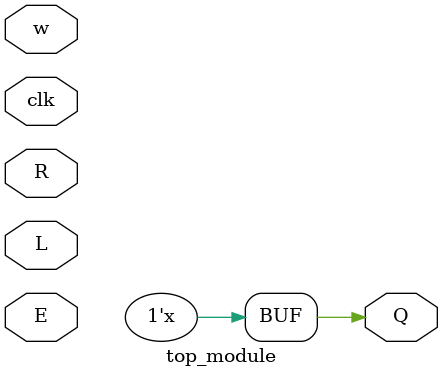
<source format=sv>
module top_module (
    input clk,
    input w,
    input R,
    input E,
    input L,
    output reg Q
);

always @(posedge clk) begin
    if (L == 1'b1) begin
        Q <= R;
    end
    else begin
        if (E == 1'b1) begin
            Q <= w;
        end
    end
end

always @(E) begin
    if (E == 1'b0) begin
        Q <= Q;
    end
end

endmodule

</source>
